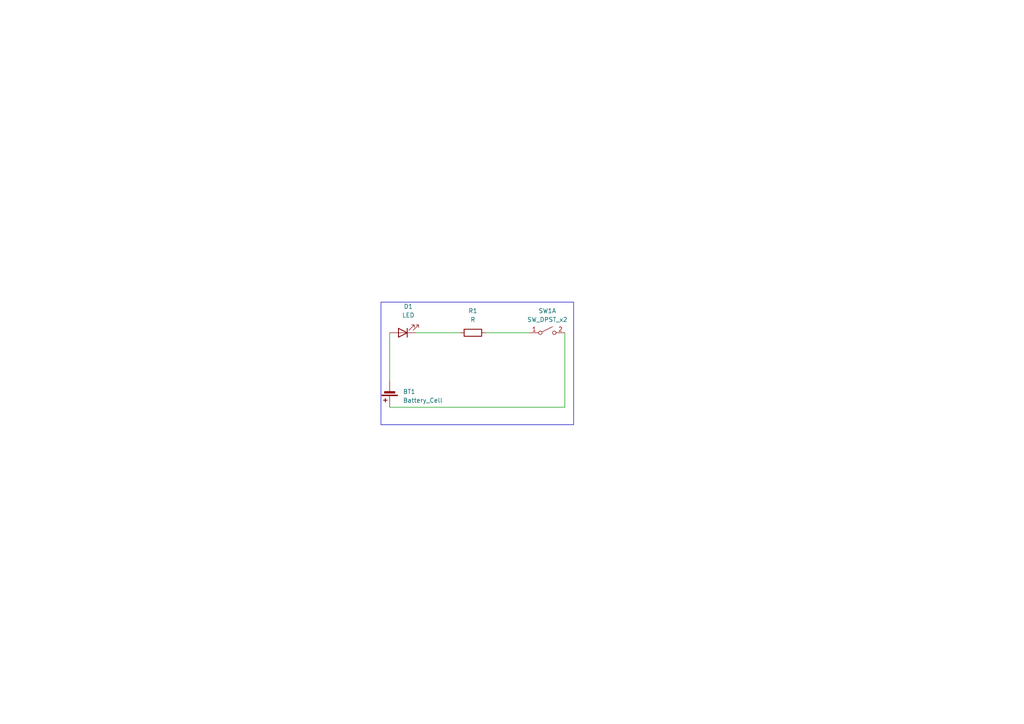
<source format=kicad_sch>
(kicad_sch
	(version 20250114)
	(generator "eeschema")
	(generator_version "9.0")
	(uuid "7a4d5b34-8d9b-4f99-b459-c199a8d42519")
	(paper "A4")
	(title_block
		(title "project1 Torch")
		(rev "1")
	)
	(lib_symbols
		(symbol "Device:Battery_Cell"
			(pin_numbers
				(hide yes)
			)
			(pin_names
				(offset 0)
				(hide yes)
			)
			(exclude_from_sim no)
			(in_bom yes)
			(on_board yes)
			(property "Reference" "BT"
				(at 2.54 2.54 0)
				(effects
					(font
						(size 1.27 1.27)
					)
					(justify left)
				)
			)
			(property "Value" "Battery_Cell"
				(at 2.54 0 0)
				(effects
					(font
						(size 1.27 1.27)
					)
					(justify left)
				)
			)
			(property "Footprint" ""
				(at 0 1.524 90)
				(effects
					(font
						(size 1.27 1.27)
					)
					(hide yes)
				)
			)
			(property "Datasheet" "~"
				(at 0 1.524 90)
				(effects
					(font
						(size 1.27 1.27)
					)
					(hide yes)
				)
			)
			(property "Description" "Single-cell battery"
				(at 0 0 0)
				(effects
					(font
						(size 1.27 1.27)
					)
					(hide yes)
				)
			)
			(property "ki_keywords" "battery cell"
				(at 0 0 0)
				(effects
					(font
						(size 1.27 1.27)
					)
					(hide yes)
				)
			)
			(symbol "Battery_Cell_0_1"
				(rectangle
					(start -2.286 1.778)
					(end 2.286 1.524)
					(stroke
						(width 0)
						(type default)
					)
					(fill
						(type outline)
					)
				)
				(rectangle
					(start -1.524 1.016)
					(end 1.524 0.508)
					(stroke
						(width 0)
						(type default)
					)
					(fill
						(type outline)
					)
				)
				(polyline
					(pts
						(xy 0 1.778) (xy 0 2.54)
					)
					(stroke
						(width 0)
						(type default)
					)
					(fill
						(type none)
					)
				)
				(polyline
					(pts
						(xy 0 0.762) (xy 0 0)
					)
					(stroke
						(width 0)
						(type default)
					)
					(fill
						(type none)
					)
				)
				(polyline
					(pts
						(xy 0.762 3.048) (xy 1.778 3.048)
					)
					(stroke
						(width 0.254)
						(type default)
					)
					(fill
						(type none)
					)
				)
				(polyline
					(pts
						(xy 1.27 3.556) (xy 1.27 2.54)
					)
					(stroke
						(width 0.254)
						(type default)
					)
					(fill
						(type none)
					)
				)
			)
			(symbol "Battery_Cell_1_1"
				(pin passive line
					(at 0 5.08 270)
					(length 2.54)
					(name "+"
						(effects
							(font
								(size 1.27 1.27)
							)
						)
					)
					(number "1"
						(effects
							(font
								(size 1.27 1.27)
							)
						)
					)
				)
				(pin passive line
					(at 0 -2.54 90)
					(length 2.54)
					(name "-"
						(effects
							(font
								(size 1.27 1.27)
							)
						)
					)
					(number "2"
						(effects
							(font
								(size 1.27 1.27)
							)
						)
					)
				)
			)
			(embedded_fonts no)
		)
		(symbol "Device:LED"
			(pin_numbers
				(hide yes)
			)
			(pin_names
				(offset 1.016)
				(hide yes)
			)
			(exclude_from_sim no)
			(in_bom yes)
			(on_board yes)
			(property "Reference" "D"
				(at 0 2.54 0)
				(effects
					(font
						(size 1.27 1.27)
					)
				)
			)
			(property "Value" "LED"
				(at 0 -2.54 0)
				(effects
					(font
						(size 1.27 1.27)
					)
				)
			)
			(property "Footprint" ""
				(at 0 0 0)
				(effects
					(font
						(size 1.27 1.27)
					)
					(hide yes)
				)
			)
			(property "Datasheet" "~"
				(at 0 0 0)
				(effects
					(font
						(size 1.27 1.27)
					)
					(hide yes)
				)
			)
			(property "Description" "Light emitting diode"
				(at 0 0 0)
				(effects
					(font
						(size 1.27 1.27)
					)
					(hide yes)
				)
			)
			(property "Sim.Pins" "1=K 2=A"
				(at 0 0 0)
				(effects
					(font
						(size 1.27 1.27)
					)
					(hide yes)
				)
			)
			(property "ki_keywords" "LED diode"
				(at 0 0 0)
				(effects
					(font
						(size 1.27 1.27)
					)
					(hide yes)
				)
			)
			(property "ki_fp_filters" "LED* LED_SMD:* LED_THT:*"
				(at 0 0 0)
				(effects
					(font
						(size 1.27 1.27)
					)
					(hide yes)
				)
			)
			(symbol "LED_0_1"
				(polyline
					(pts
						(xy -3.048 -0.762) (xy -4.572 -2.286) (xy -3.81 -2.286) (xy -4.572 -2.286) (xy -4.572 -1.524)
					)
					(stroke
						(width 0)
						(type default)
					)
					(fill
						(type none)
					)
				)
				(polyline
					(pts
						(xy -1.778 -0.762) (xy -3.302 -2.286) (xy -2.54 -2.286) (xy -3.302 -2.286) (xy -3.302 -1.524)
					)
					(stroke
						(width 0)
						(type default)
					)
					(fill
						(type none)
					)
				)
				(polyline
					(pts
						(xy -1.27 0) (xy 1.27 0)
					)
					(stroke
						(width 0)
						(type default)
					)
					(fill
						(type none)
					)
				)
				(polyline
					(pts
						(xy -1.27 -1.27) (xy -1.27 1.27)
					)
					(stroke
						(width 0.254)
						(type default)
					)
					(fill
						(type none)
					)
				)
				(polyline
					(pts
						(xy 1.27 -1.27) (xy 1.27 1.27) (xy -1.27 0) (xy 1.27 -1.27)
					)
					(stroke
						(width 0.254)
						(type default)
					)
					(fill
						(type none)
					)
				)
			)
			(symbol "LED_1_1"
				(pin passive line
					(at -3.81 0 0)
					(length 2.54)
					(name "K"
						(effects
							(font
								(size 1.27 1.27)
							)
						)
					)
					(number "1"
						(effects
							(font
								(size 1.27 1.27)
							)
						)
					)
				)
				(pin passive line
					(at 3.81 0 180)
					(length 2.54)
					(name "A"
						(effects
							(font
								(size 1.27 1.27)
							)
						)
					)
					(number "2"
						(effects
							(font
								(size 1.27 1.27)
							)
						)
					)
				)
			)
			(embedded_fonts no)
		)
		(symbol "Device:R"
			(pin_numbers
				(hide yes)
			)
			(pin_names
				(offset 0)
			)
			(exclude_from_sim no)
			(in_bom yes)
			(on_board yes)
			(property "Reference" "R"
				(at 2.032 0 90)
				(effects
					(font
						(size 1.27 1.27)
					)
				)
			)
			(property "Value" "R"
				(at 0 0 90)
				(effects
					(font
						(size 1.27 1.27)
					)
				)
			)
			(property "Footprint" ""
				(at -1.778 0 90)
				(effects
					(font
						(size 1.27 1.27)
					)
					(hide yes)
				)
			)
			(property "Datasheet" "~"
				(at 0 0 0)
				(effects
					(font
						(size 1.27 1.27)
					)
					(hide yes)
				)
			)
			(property "Description" "Resistor"
				(at 0 0 0)
				(effects
					(font
						(size 1.27 1.27)
					)
					(hide yes)
				)
			)
			(property "ki_keywords" "R res resistor"
				(at 0 0 0)
				(effects
					(font
						(size 1.27 1.27)
					)
					(hide yes)
				)
			)
			(property "ki_fp_filters" "R_*"
				(at 0 0 0)
				(effects
					(font
						(size 1.27 1.27)
					)
					(hide yes)
				)
			)
			(symbol "R_0_1"
				(rectangle
					(start -1.016 -2.54)
					(end 1.016 2.54)
					(stroke
						(width 0.254)
						(type default)
					)
					(fill
						(type none)
					)
				)
			)
			(symbol "R_1_1"
				(pin passive line
					(at 0 3.81 270)
					(length 1.27)
					(name "~"
						(effects
							(font
								(size 1.27 1.27)
							)
						)
					)
					(number "1"
						(effects
							(font
								(size 1.27 1.27)
							)
						)
					)
				)
				(pin passive line
					(at 0 -3.81 90)
					(length 1.27)
					(name "~"
						(effects
							(font
								(size 1.27 1.27)
							)
						)
					)
					(number "2"
						(effects
							(font
								(size 1.27 1.27)
							)
						)
					)
				)
			)
			(embedded_fonts no)
		)
		(symbol "Switch:SW_DPST_x2"
			(pin_names
				(offset 0)
				(hide yes)
			)
			(exclude_from_sim no)
			(in_bom yes)
			(on_board yes)
			(property "Reference" "SW"
				(at 0 3.175 0)
				(effects
					(font
						(size 1.27 1.27)
					)
				)
			)
			(property "Value" "SW_DPST_x2"
				(at 0 -2.54 0)
				(effects
					(font
						(size 1.27 1.27)
					)
				)
			)
			(property "Footprint" ""
				(at 0 0 0)
				(effects
					(font
						(size 1.27 1.27)
					)
					(hide yes)
				)
			)
			(property "Datasheet" "~"
				(at 0 0 0)
				(effects
					(font
						(size 1.27 1.27)
					)
					(hide yes)
				)
			)
			(property "Description" "Single Pole Single Throw (SPST) switch, separate symbol"
				(at 0 0 0)
				(effects
					(font
						(size 1.27 1.27)
					)
					(hide yes)
				)
			)
			(property "ki_keywords" "switch lever"
				(at 0 0 0)
				(effects
					(font
						(size 1.27 1.27)
					)
					(hide yes)
				)
			)
			(symbol "SW_DPST_x2_0_0"
				(circle
					(center -2.032 0)
					(radius 0.508)
					(stroke
						(width 0)
						(type default)
					)
					(fill
						(type none)
					)
				)
				(polyline
					(pts
						(xy -1.524 0.254) (xy 1.524 1.778)
					)
					(stroke
						(width 0)
						(type default)
					)
					(fill
						(type none)
					)
				)
				(circle
					(center 2.032 0)
					(radius 0.508)
					(stroke
						(width 0)
						(type default)
					)
					(fill
						(type none)
					)
				)
			)
			(symbol "SW_DPST_x2_1_1"
				(pin passive line
					(at -5.08 0 0)
					(length 2.54)
					(name "A"
						(effects
							(font
								(size 1.27 1.27)
							)
						)
					)
					(number "1"
						(effects
							(font
								(size 1.27 1.27)
							)
						)
					)
				)
				(pin passive line
					(at 5.08 0 180)
					(length 2.54)
					(name "B"
						(effects
							(font
								(size 1.27 1.27)
							)
						)
					)
					(number "2"
						(effects
							(font
								(size 1.27 1.27)
							)
						)
					)
				)
			)
			(symbol "SW_DPST_x2_2_1"
				(pin passive line
					(at -5.08 0 0)
					(length 2.54)
					(name "A"
						(effects
							(font
								(size 1.27 1.27)
							)
						)
					)
					(number "3"
						(effects
							(font
								(size 1.27 1.27)
							)
						)
					)
				)
				(pin passive line
					(at 5.08 0 180)
					(length 2.54)
					(name "B"
						(effects
							(font
								(size 1.27 1.27)
							)
						)
					)
					(number "4"
						(effects
							(font
								(size 1.27 1.27)
							)
						)
					)
				)
			)
			(embedded_fonts no)
		)
	)
	(rectangle
		(start 110.49 87.63)
		(end 166.37 123.19)
		(stroke
			(width 0)
			(type default)
		)
		(fill
			(type none)
		)
		(uuid 6d490f2f-1a13-4a23-8306-c0884a064b39)
	)
	(wire
		(pts
			(xy 163.83 96.52) (xy 163.83 118.11)
		)
		(stroke
			(width 0)
			(type default)
		)
		(uuid "3eecfaa0-fca6-4499-ac0d-a1de0aee01ff")
	)
	(wire
		(pts
			(xy 113.03 96.52) (xy 113.03 110.49)
		)
		(stroke
			(width 0)
			(type default)
		)
		(uuid "4bb349d6-c887-470e-aa70-057607509c10")
	)
	(wire
		(pts
			(xy 140.97 96.52) (xy 153.67 96.52)
		)
		(stroke
			(width 0)
			(type default)
		)
		(uuid "cc36d8d1-ed88-45f7-a0a0-1428847ab75d")
	)
	(wire
		(pts
			(xy 113.03 118.11) (xy 163.83 118.11)
		)
		(stroke
			(width 0)
			(type default)
		)
		(uuid "d939e8b0-3a76-4366-8df2-b059a63862c6")
	)
	(wire
		(pts
			(xy 120.65 96.52) (xy 133.35 96.52)
		)
		(stroke
			(width 0)
			(type default)
		)
		(uuid "dee72113-0157-4f8e-927e-d254a16cabf8")
	)
	(symbol
		(lib_id "Device:R")
		(at 137.16 96.52 270)
		(unit 1)
		(exclude_from_sim no)
		(in_bom yes)
		(on_board yes)
		(dnp no)
		(fields_autoplaced yes)
		(uuid "059f464c-b63d-463f-bead-3ff7ad66908d")
		(property "Reference" "R1"
			(at 137.16 90.17 90)
			(effects
				(font
					(size 1.27 1.27)
				)
			)
		)
		(property "Value" "R"
			(at 137.16 92.71 90)
			(effects
				(font
					(size 1.27 1.27)
				)
			)
		)
		(property "Footprint" "Resistor_THT:R_Axial_DIN0207_L6.3mm_D2.5mm_P7.62mm_Horizontal"
			(at 137.16 94.742 90)
			(effects
				(font
					(size 1.27 1.27)
				)
				(hide yes)
			)
		)
		(property "Datasheet" "~"
			(at 137.16 96.52 0)
			(effects
				(font
					(size 1.27 1.27)
				)
				(hide yes)
			)
		)
		(property "Description" "Resistor"
			(at 137.16 96.52 0)
			(effects
				(font
					(size 1.27 1.27)
				)
				(hide yes)
			)
		)
		(pin "2"
			(uuid "2c226616-969b-4030-8891-a53409b256d3")
		)
		(pin "1"
			(uuid "f37ba9ab-501c-469d-9d51-b60e6b296dcb")
		)
		(instances
			(project ""
				(path "/7a4d5b34-8d9b-4f99-b459-c199a8d42519"
					(reference "R1")
					(unit 1)
				)
			)
		)
	)
	(symbol
		(lib_id "Device:Battery_Cell")
		(at 113.03 113.03 180)
		(unit 1)
		(exclude_from_sim no)
		(in_bom yes)
		(on_board yes)
		(dnp no)
		(fields_autoplaced yes)
		(uuid "5ebd6278-ad27-4042-a74d-f7d723b7ae5c")
		(property "Reference" "BT1"
			(at 116.84 113.6014 0)
			(effects
				(font
					(size 1.27 1.27)
				)
				(justify right)
			)
		)
		(property "Value" "Battery_Cell"
			(at 116.84 116.1414 0)
			(effects
				(font
					(size 1.27 1.27)
				)
				(justify right)
			)
		)
		(property "Footprint" "Battery:BatteryHolder_Keystone_1058_1x2032"
			(at 113.03 114.554 90)
			(effects
				(font
					(size 1.27 1.27)
				)
				(hide yes)
			)
		)
		(property "Datasheet" "~"
			(at 113.03 114.554 90)
			(effects
				(font
					(size 1.27 1.27)
				)
				(hide yes)
			)
		)
		(property "Description" "Single-cell battery"
			(at 113.03 113.03 0)
			(effects
				(font
					(size 1.27 1.27)
				)
				(hide yes)
			)
		)
		(pin "1"
			(uuid "866810a7-690d-405d-8f79-803b2ba42140")
		)
		(pin "2"
			(uuid "9d612fc3-27e7-45fe-b3b8-03873b67d30c")
		)
		(instances
			(project ""
				(path "/7a4d5b34-8d9b-4f99-b459-c199a8d42519"
					(reference "BT1")
					(unit 1)
				)
			)
		)
	)
	(symbol
		(lib_id "Device:LED")
		(at 116.84 96.52 180)
		(unit 1)
		(exclude_from_sim no)
		(in_bom yes)
		(on_board yes)
		(dnp no)
		(fields_autoplaced yes)
		(uuid "853da88a-20cc-4a45-8273-e35045df69f7")
		(property "Reference" "D1"
			(at 118.4275 88.9 0)
			(effects
				(font
					(size 1.27 1.27)
				)
			)
		)
		(property "Value" "LED"
			(at 118.4275 91.44 0)
			(effects
				(font
					(size 1.27 1.27)
				)
			)
		)
		(property "Footprint" "LED_THT:LED_D5.0mm"
			(at 116.84 96.52 0)
			(effects
				(font
					(size 1.27 1.27)
				)
				(hide yes)
			)
		)
		(property "Datasheet" "~"
			(at 116.84 96.52 0)
			(effects
				(font
					(size 1.27 1.27)
				)
				(hide yes)
			)
		)
		(property "Description" "Light emitting diode"
			(at 116.84 96.52 0)
			(effects
				(font
					(size 1.27 1.27)
				)
				(hide yes)
			)
		)
		(property "Sim.Pins" "1=K 2=A"
			(at 116.84 96.52 0)
			(effects
				(font
					(size 1.27 1.27)
				)
				(hide yes)
			)
		)
		(pin "2"
			(uuid "f516c362-f9cb-4260-98ac-8e422ec470d0")
		)
		(pin "1"
			(uuid "da2ecc97-b56c-4f9e-bf77-5470c5dd2f87")
		)
		(instances
			(project ""
				(path "/7a4d5b34-8d9b-4f99-b459-c199a8d42519"
					(reference "D1")
					(unit 1)
				)
			)
		)
	)
	(symbol
		(lib_id "Switch:SW_DPST_x2")
		(at 158.75 96.52 0)
		(unit 1)
		(exclude_from_sim no)
		(in_bom yes)
		(on_board yes)
		(dnp no)
		(fields_autoplaced yes)
		(uuid "d2494183-0e93-4402-97ae-1060a23c7b75")
		(property "Reference" "SW1"
			(at 158.75 90.17 0)
			(effects
				(font
					(size 1.27 1.27)
				)
			)
		)
		(property "Value" "SW_DPST_x2"
			(at 158.75 92.71 0)
			(effects
				(font
					(size 1.27 1.27)
				)
			)
		)
		(property "Footprint" "Button_Switch_THT:SW_PUSH_6mm"
			(at 158.75 96.52 0)
			(effects
				(font
					(size 1.27 1.27)
				)
				(hide yes)
			)
		)
		(property "Datasheet" "~"
			(at 158.75 96.52 0)
			(effects
				(font
					(size 1.27 1.27)
				)
				(hide yes)
			)
		)
		(property "Description" "Single Pole Single Throw (SPST) switch, separate symbol"
			(at 158.75 96.52 0)
			(effects
				(font
					(size 1.27 1.27)
				)
				(hide yes)
			)
		)
		(pin "4"
			(uuid "61d5579b-0c4e-4706-9d24-b1f4b6e0a67f")
		)
		(pin "2"
			(uuid "c7cbc1bb-c28b-4363-aa35-10248e4b1444")
		)
		(pin "1"
			(uuid "7d9c3d81-bf62-49b8-9d77-c4f37fe98f6b")
		)
		(pin "3"
			(uuid "70b0e075-dfb7-4740-86a5-c55742f8bb87")
		)
		(instances
			(project ""
				(path "/7a4d5b34-8d9b-4f99-b459-c199a8d42519"
					(reference "SW1")
					(unit 1)
				)
			)
		)
	)
	(sheet_instances
		(path "/"
			(page "1")
		)
	)
	(embedded_fonts no)
)

</source>
